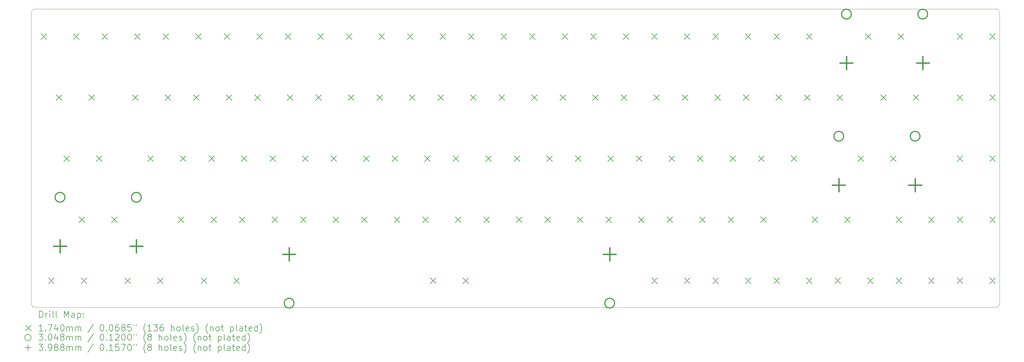
<source format=gbr>
%FSLAX45Y45*%
G04 Gerber Fmt 4.5, Leading zero omitted, Abs format (unit mm)*
G04 Created by KiCad (PCBNEW (6.0.0)) date 2024-08-25 19:28:53*
%MOMM*%
%LPD*%
G01*
G04 APERTURE LIST*
%TA.AperFunction,Profile*%
%ADD10C,0.100000*%
%TD*%
%ADD11C,0.200000*%
%ADD12C,0.174000*%
%ADD13C,0.304800*%
%ADD14C,0.398780*%
G04 APERTURE END LIST*
D10*
X5227000Y-9625000D02*
G75*
G03*
X5102000Y-9750000I0J-125000D01*
G01*
X5227000Y-18939000D02*
X35177000Y-18939000D01*
X35177000Y-9625000D02*
X5227000Y-9625000D01*
X5102000Y-9750000D02*
X5102000Y-18814000D01*
X35302000Y-9750000D02*
G75*
G03*
X35177000Y-9625000I-125000J0D01*
G01*
X5102000Y-18814000D02*
G75*
G03*
X5227000Y-18939000I125000J0D01*
G01*
X35177000Y-18939000D02*
G75*
G03*
X35302000Y-18814000I0J125000D01*
G01*
X35302000Y-18814000D02*
X35302000Y-9750000D01*
D11*
D12*
X5402500Y-10400500D02*
X5576500Y-10574500D01*
X5576500Y-10400500D02*
X5402500Y-10574500D01*
X5640620Y-18020500D02*
X5814620Y-18194500D01*
X5814620Y-18020500D02*
X5640620Y-18194500D01*
X5878750Y-12305500D02*
X6052750Y-12479500D01*
X6052750Y-12305500D02*
X5878750Y-12479500D01*
X6116870Y-14210500D02*
X6290870Y-14384500D01*
X6290870Y-14210500D02*
X6116870Y-14384500D01*
X6418500Y-10400500D02*
X6592500Y-10574500D01*
X6592500Y-10400500D02*
X6418500Y-10574500D01*
X6593120Y-16115500D02*
X6767120Y-16289500D01*
X6767120Y-16115500D02*
X6593120Y-16289500D01*
X6656620Y-18020500D02*
X6830620Y-18194500D01*
X6830620Y-18020500D02*
X6656620Y-18194500D01*
X6894750Y-12305500D02*
X7068750Y-12479500D01*
X7068750Y-12305500D02*
X6894750Y-12479500D01*
X7132870Y-14210500D02*
X7306870Y-14384500D01*
X7306870Y-14210500D02*
X7132870Y-14384500D01*
X7307500Y-10400500D02*
X7481500Y-10574500D01*
X7481500Y-10400500D02*
X7307500Y-10574500D01*
X7609120Y-16115500D02*
X7783120Y-16289500D01*
X7783120Y-16115500D02*
X7609120Y-16289500D01*
X8021880Y-18020500D02*
X8195880Y-18194500D01*
X8195880Y-18020500D02*
X8021880Y-18194500D01*
X8260000Y-12305500D02*
X8434000Y-12479500D01*
X8434000Y-12305500D02*
X8260000Y-12479500D01*
X8323500Y-10400500D02*
X8497500Y-10574500D01*
X8497500Y-10400500D02*
X8323500Y-10574500D01*
X8736250Y-14210500D02*
X8910250Y-14384500D01*
X8910250Y-14210500D02*
X8736250Y-14384500D01*
X9037880Y-18020500D02*
X9211880Y-18194500D01*
X9211880Y-18020500D02*
X9037880Y-18194500D01*
X9212500Y-10400500D02*
X9386500Y-10574500D01*
X9386500Y-10400500D02*
X9212500Y-10574500D01*
X9276000Y-12305500D02*
X9450000Y-12479500D01*
X9450000Y-12305500D02*
X9276000Y-12479500D01*
X9688750Y-16115500D02*
X9862750Y-16289500D01*
X9862750Y-16115500D02*
X9688750Y-16289500D01*
X9752250Y-14210500D02*
X9926250Y-14384500D01*
X9926250Y-14210500D02*
X9752250Y-14384500D01*
X10165000Y-12305500D02*
X10339000Y-12479500D01*
X10339000Y-12305500D02*
X10165000Y-12479500D01*
X10228500Y-10400500D02*
X10402500Y-10574500D01*
X10402500Y-10400500D02*
X10228500Y-10574500D01*
X10403120Y-18020500D02*
X10577120Y-18194500D01*
X10577120Y-18020500D02*
X10403120Y-18194500D01*
X10641250Y-14210500D02*
X10815250Y-14384500D01*
X10815250Y-14210500D02*
X10641250Y-14384500D01*
X10704750Y-16115500D02*
X10878750Y-16289500D01*
X10878750Y-16115500D02*
X10704750Y-16289500D01*
X11117500Y-10400500D02*
X11291500Y-10574500D01*
X11291500Y-10400500D02*
X11117500Y-10574500D01*
X11181000Y-12305500D02*
X11355000Y-12479500D01*
X11355000Y-12305500D02*
X11181000Y-12479500D01*
X11419120Y-18020500D02*
X11593120Y-18194500D01*
X11593120Y-18020500D02*
X11419120Y-18194500D01*
X11593750Y-16115500D02*
X11767750Y-16289500D01*
X11767750Y-16115500D02*
X11593750Y-16289500D01*
X11657250Y-14210500D02*
X11831250Y-14384500D01*
X11831250Y-14210500D02*
X11657250Y-14384500D01*
X12070000Y-12305500D02*
X12244000Y-12479500D01*
X12244000Y-12305500D02*
X12070000Y-12479500D01*
X12133500Y-10400500D02*
X12307500Y-10574500D01*
X12307500Y-10400500D02*
X12133500Y-10574500D01*
X12546250Y-14210500D02*
X12720250Y-14384500D01*
X12720250Y-14210500D02*
X12546250Y-14384500D01*
X12609750Y-16115500D02*
X12783750Y-16289500D01*
X12783750Y-16115500D02*
X12609750Y-16289500D01*
X13022500Y-10400500D02*
X13196500Y-10574500D01*
X13196500Y-10400500D02*
X13022500Y-10574500D01*
X13086000Y-12305500D02*
X13260000Y-12479500D01*
X13260000Y-12305500D02*
X13086000Y-12479500D01*
X13498750Y-16115500D02*
X13672750Y-16289500D01*
X13672750Y-16115500D02*
X13498750Y-16289500D01*
X13562250Y-14210500D02*
X13736250Y-14384500D01*
X13736250Y-14210500D02*
X13562250Y-14384500D01*
X13975000Y-12305500D02*
X14149000Y-12479500D01*
X14149000Y-12305500D02*
X13975000Y-12479500D01*
X14038500Y-10400500D02*
X14212500Y-10574500D01*
X14212500Y-10400500D02*
X14038500Y-10574500D01*
X14451250Y-14210500D02*
X14625250Y-14384500D01*
X14625250Y-14210500D02*
X14451250Y-14384500D01*
X14514750Y-16115500D02*
X14688750Y-16289500D01*
X14688750Y-16115500D02*
X14514750Y-16289500D01*
X14927500Y-10400500D02*
X15101500Y-10574500D01*
X15101500Y-10400500D02*
X14927500Y-10574500D01*
X14991000Y-12305500D02*
X15165000Y-12479500D01*
X15165000Y-12305500D02*
X14991000Y-12479500D01*
X15403750Y-16115500D02*
X15577750Y-16289500D01*
X15577750Y-16115500D02*
X15403750Y-16289500D01*
X15467250Y-14210500D02*
X15641250Y-14384500D01*
X15641250Y-14210500D02*
X15467250Y-14384500D01*
X15880000Y-12305500D02*
X16054000Y-12479500D01*
X16054000Y-12305500D02*
X15880000Y-12479500D01*
X15943500Y-10400500D02*
X16117500Y-10574500D01*
X16117500Y-10400500D02*
X15943500Y-10574500D01*
X16356250Y-14210500D02*
X16530250Y-14384500D01*
X16530250Y-14210500D02*
X16356250Y-14384500D01*
X16419750Y-16115500D02*
X16593750Y-16289500D01*
X16593750Y-16115500D02*
X16419750Y-16289500D01*
X16832500Y-10400500D02*
X17006500Y-10574500D01*
X17006500Y-10400500D02*
X16832500Y-10574500D01*
X16896000Y-12305500D02*
X17070000Y-12479500D01*
X17070000Y-12305500D02*
X16896000Y-12479500D01*
X17308750Y-16115500D02*
X17482750Y-16289500D01*
X17482750Y-16115500D02*
X17308750Y-16289500D01*
X17372250Y-14210500D02*
X17546250Y-14384500D01*
X17546250Y-14210500D02*
X17372250Y-14384500D01*
X17546880Y-18020500D02*
X17720880Y-18194500D01*
X17720880Y-18020500D02*
X17546880Y-18194500D01*
X17785000Y-12305500D02*
X17959000Y-12479500D01*
X17959000Y-12305500D02*
X17785000Y-12479500D01*
X17848500Y-10400500D02*
X18022500Y-10574500D01*
X18022500Y-10400500D02*
X17848500Y-10574500D01*
X18261250Y-14210500D02*
X18435250Y-14384500D01*
X18435250Y-14210500D02*
X18261250Y-14384500D01*
X18324750Y-16115500D02*
X18498750Y-16289500D01*
X18498750Y-16115500D02*
X18324750Y-16289500D01*
X18562880Y-18020500D02*
X18736880Y-18194500D01*
X18736880Y-18020500D02*
X18562880Y-18194500D01*
X18737500Y-10400500D02*
X18911500Y-10574500D01*
X18911500Y-10400500D02*
X18737500Y-10574500D01*
X18801000Y-12305500D02*
X18975000Y-12479500D01*
X18975000Y-12305500D02*
X18801000Y-12479500D01*
X19213750Y-16115500D02*
X19387750Y-16289500D01*
X19387750Y-16115500D02*
X19213750Y-16289500D01*
X19277250Y-14210500D02*
X19451250Y-14384500D01*
X19451250Y-14210500D02*
X19277250Y-14384500D01*
X19690000Y-12305500D02*
X19864000Y-12479500D01*
X19864000Y-12305500D02*
X19690000Y-12479500D01*
X19753500Y-10400500D02*
X19927500Y-10574500D01*
X19927500Y-10400500D02*
X19753500Y-10574500D01*
X20166250Y-14210500D02*
X20340250Y-14384500D01*
X20340250Y-14210500D02*
X20166250Y-14384500D01*
X20229750Y-16115500D02*
X20403750Y-16289500D01*
X20403750Y-16115500D02*
X20229750Y-16289500D01*
X20642500Y-10400500D02*
X20816500Y-10574500D01*
X20816500Y-10400500D02*
X20642500Y-10574500D01*
X20706000Y-12305500D02*
X20880000Y-12479500D01*
X20880000Y-12305500D02*
X20706000Y-12479500D01*
X21118750Y-16115500D02*
X21292750Y-16289500D01*
X21292750Y-16115500D02*
X21118750Y-16289500D01*
X21182250Y-14210500D02*
X21356250Y-14384500D01*
X21356250Y-14210500D02*
X21182250Y-14384500D01*
X21595000Y-12305500D02*
X21769000Y-12479500D01*
X21769000Y-12305500D02*
X21595000Y-12479500D01*
X21658500Y-10400500D02*
X21832500Y-10574500D01*
X21832500Y-10400500D02*
X21658500Y-10574500D01*
X22071250Y-14210500D02*
X22245250Y-14384500D01*
X22245250Y-14210500D02*
X22071250Y-14384500D01*
X22134750Y-16115500D02*
X22308750Y-16289500D01*
X22308750Y-16115500D02*
X22134750Y-16289500D01*
X22547500Y-10400500D02*
X22721500Y-10574500D01*
X22721500Y-10400500D02*
X22547500Y-10574500D01*
X22611000Y-12305500D02*
X22785000Y-12479500D01*
X22785000Y-12305500D02*
X22611000Y-12479500D01*
X23023750Y-16115500D02*
X23197750Y-16289500D01*
X23197750Y-16115500D02*
X23023750Y-16289500D01*
X23087250Y-14210500D02*
X23261250Y-14384500D01*
X23261250Y-14210500D02*
X23087250Y-14384500D01*
X23500000Y-12305500D02*
X23674000Y-12479500D01*
X23674000Y-12305500D02*
X23500000Y-12479500D01*
X23563500Y-10400500D02*
X23737500Y-10574500D01*
X23737500Y-10400500D02*
X23563500Y-10574500D01*
X23976250Y-14210500D02*
X24150250Y-14384500D01*
X24150250Y-14210500D02*
X23976250Y-14384500D01*
X24039750Y-16115500D02*
X24213750Y-16289500D01*
X24213750Y-16115500D02*
X24039750Y-16289500D01*
X24452500Y-10400500D02*
X24626500Y-10574500D01*
X24626500Y-10400500D02*
X24452500Y-10574500D01*
X24452500Y-18020500D02*
X24626500Y-18194500D01*
X24626500Y-18020500D02*
X24452500Y-18194500D01*
X24516000Y-12305500D02*
X24690000Y-12479500D01*
X24690000Y-12305500D02*
X24516000Y-12479500D01*
X24928750Y-16115500D02*
X25102750Y-16289500D01*
X25102750Y-16115500D02*
X24928750Y-16289500D01*
X24992250Y-14210500D02*
X25166250Y-14384500D01*
X25166250Y-14210500D02*
X24992250Y-14384500D01*
X25405000Y-12305500D02*
X25579000Y-12479500D01*
X25579000Y-12305500D02*
X25405000Y-12479500D01*
X25468500Y-10400500D02*
X25642500Y-10574500D01*
X25642500Y-10400500D02*
X25468500Y-10574500D01*
X25468500Y-18020500D02*
X25642500Y-18194500D01*
X25642500Y-18020500D02*
X25468500Y-18194500D01*
X25881250Y-14210500D02*
X26055250Y-14384500D01*
X26055250Y-14210500D02*
X25881250Y-14384500D01*
X25944750Y-16115500D02*
X26118750Y-16289500D01*
X26118750Y-16115500D02*
X25944750Y-16289500D01*
X26357500Y-10400500D02*
X26531500Y-10574500D01*
X26531500Y-10400500D02*
X26357500Y-10574500D01*
X26357500Y-18020500D02*
X26531500Y-18194500D01*
X26531500Y-18020500D02*
X26357500Y-18194500D01*
X26421000Y-12305500D02*
X26595000Y-12479500D01*
X26595000Y-12305500D02*
X26421000Y-12479500D01*
X26833750Y-16115500D02*
X27007750Y-16289500D01*
X27007750Y-16115500D02*
X26833750Y-16289500D01*
X26897250Y-14210500D02*
X27071250Y-14384500D01*
X27071250Y-14210500D02*
X26897250Y-14384500D01*
X27310000Y-12305500D02*
X27484000Y-12479500D01*
X27484000Y-12305500D02*
X27310000Y-12479500D01*
X27373500Y-10400500D02*
X27547500Y-10574500D01*
X27547500Y-10400500D02*
X27373500Y-10574500D01*
X27373500Y-18020500D02*
X27547500Y-18194500D01*
X27547500Y-18020500D02*
X27373500Y-18194500D01*
X27786250Y-14210500D02*
X27960250Y-14384500D01*
X27960250Y-14210500D02*
X27786250Y-14384500D01*
X27849750Y-16115500D02*
X28023750Y-16289500D01*
X28023750Y-16115500D02*
X27849750Y-16289500D01*
X28262500Y-10400500D02*
X28436500Y-10574500D01*
X28436500Y-10400500D02*
X28262500Y-10574500D01*
X28262500Y-18020500D02*
X28436500Y-18194500D01*
X28436500Y-18020500D02*
X28262500Y-18194500D01*
X28326000Y-12305500D02*
X28500000Y-12479500D01*
X28500000Y-12305500D02*
X28326000Y-12479500D01*
X28802250Y-14210500D02*
X28976250Y-14384500D01*
X28976250Y-14210500D02*
X28802250Y-14384500D01*
X29215000Y-12305500D02*
X29389000Y-12479500D01*
X29389000Y-12305500D02*
X29215000Y-12479500D01*
X29278500Y-10400500D02*
X29452500Y-10574500D01*
X29452500Y-10400500D02*
X29278500Y-10574500D01*
X29278500Y-18020500D02*
X29452500Y-18194500D01*
X29452500Y-18020500D02*
X29278500Y-18194500D01*
X29453120Y-16115500D02*
X29627120Y-16289500D01*
X29627120Y-16115500D02*
X29453120Y-16289500D01*
X30167500Y-18020500D02*
X30341500Y-18194500D01*
X30341500Y-18020500D02*
X30167500Y-18194500D01*
X30231000Y-12305500D02*
X30405000Y-12479500D01*
X30405000Y-12305500D02*
X30231000Y-12479500D01*
X30469120Y-16115500D02*
X30643120Y-16289500D01*
X30643120Y-16115500D02*
X30469120Y-16289500D01*
X30881880Y-14210500D02*
X31055880Y-14384500D01*
X31055880Y-14210500D02*
X30881880Y-14384500D01*
X31120000Y-10400500D02*
X31294000Y-10574500D01*
X31294000Y-10400500D02*
X31120000Y-10574500D01*
X31183500Y-18020500D02*
X31357500Y-18194500D01*
X31357500Y-18020500D02*
X31183500Y-18194500D01*
X31596250Y-12305500D02*
X31770250Y-12479500D01*
X31770250Y-12305500D02*
X31596250Y-12479500D01*
X31897880Y-14210500D02*
X32071880Y-14384500D01*
X32071880Y-14210500D02*
X31897880Y-14384500D01*
X32072500Y-16115500D02*
X32246500Y-16289500D01*
X32246500Y-16115500D02*
X32072500Y-16289500D01*
X32072500Y-18020500D02*
X32246500Y-18194500D01*
X32246500Y-18020500D02*
X32072500Y-18194500D01*
X32136000Y-10400500D02*
X32310000Y-10574500D01*
X32310000Y-10400500D02*
X32136000Y-10574500D01*
X32612250Y-12305500D02*
X32786250Y-12479500D01*
X32786250Y-12305500D02*
X32612250Y-12479500D01*
X33088500Y-16115500D02*
X33262500Y-16289500D01*
X33262500Y-16115500D02*
X33088500Y-16289500D01*
X33088500Y-18020500D02*
X33262500Y-18194500D01*
X33262500Y-18020500D02*
X33088500Y-18194500D01*
X33977500Y-10400500D02*
X34151500Y-10574500D01*
X34151500Y-10400500D02*
X33977500Y-10574500D01*
X33977500Y-12305500D02*
X34151500Y-12479500D01*
X34151500Y-12305500D02*
X33977500Y-12479500D01*
X33977500Y-14210500D02*
X34151500Y-14384500D01*
X34151500Y-14210500D02*
X33977500Y-14384500D01*
X33977500Y-16115500D02*
X34151500Y-16289500D01*
X34151500Y-16115500D02*
X33977500Y-16289500D01*
X33977500Y-18020500D02*
X34151500Y-18194500D01*
X34151500Y-18020500D02*
X33977500Y-18194500D01*
X34993500Y-10400500D02*
X35167500Y-10574500D01*
X35167500Y-10400500D02*
X34993500Y-10574500D01*
X34993500Y-12305500D02*
X35167500Y-12479500D01*
X35167500Y-12305500D02*
X34993500Y-12479500D01*
X34993500Y-14210500D02*
X35167500Y-14384500D01*
X35167500Y-14210500D02*
X34993500Y-14384500D01*
X34993500Y-16115500D02*
X35167500Y-16289500D01*
X35167500Y-16115500D02*
X34993500Y-16289500D01*
X34993500Y-18020500D02*
X35167500Y-18194500D01*
X35167500Y-18020500D02*
X34993500Y-18194500D01*
D13*
X6149895Y-15504000D02*
G75*
G03*
X6149895Y-15504000I-152400J0D01*
G01*
X8531145Y-15504000D02*
G75*
G03*
X8531145Y-15504000I-152400J0D01*
G01*
X13294290Y-18806000D02*
G75*
G03*
X13294290Y-18806000I-152400J0D01*
G01*
X23294270Y-18806000D02*
G75*
G03*
X23294270Y-18806000I-152400J0D01*
G01*
X30438655Y-13599000D02*
G75*
G03*
X30438655Y-13599000I-152400J0D01*
G01*
X30676775Y-9789000D02*
G75*
G03*
X30676775Y-9789000I-152400J0D01*
G01*
X32819905Y-13599000D02*
G75*
G03*
X32819905Y-13599000I-152400J0D01*
G01*
X33058025Y-9789000D02*
G75*
G03*
X33058025Y-9789000I-152400J0D01*
G01*
D14*
X5997495Y-16828610D02*
X5997495Y-17227390D01*
X5798105Y-17028000D02*
X6196885Y-17028000D01*
X8378745Y-16828610D02*
X8378745Y-17227390D01*
X8179355Y-17028000D02*
X8578135Y-17028000D01*
X13141890Y-17082610D02*
X13141890Y-17481390D01*
X12942500Y-17282000D02*
X13341280Y-17282000D01*
X23141870Y-17082610D02*
X23141870Y-17481390D01*
X22942480Y-17282000D02*
X23341260Y-17282000D01*
X30286255Y-14923610D02*
X30286255Y-15322390D01*
X30086865Y-15123000D02*
X30485645Y-15123000D01*
X30524375Y-11113610D02*
X30524375Y-11512390D01*
X30324985Y-11313000D02*
X30723765Y-11313000D01*
X32667505Y-14923610D02*
X32667505Y-15322390D01*
X32468115Y-15123000D02*
X32866895Y-15123000D01*
X32905625Y-11113610D02*
X32905625Y-11512390D01*
X32706235Y-11313000D02*
X33105015Y-11313000D01*
D11*
X5354619Y-19254476D02*
X5354619Y-19054476D01*
X5402238Y-19054476D01*
X5430810Y-19064000D01*
X5449857Y-19083048D01*
X5459381Y-19102095D01*
X5468905Y-19140190D01*
X5468905Y-19168762D01*
X5459381Y-19206857D01*
X5449857Y-19225905D01*
X5430810Y-19244952D01*
X5402238Y-19254476D01*
X5354619Y-19254476D01*
X5554619Y-19254476D02*
X5554619Y-19121143D01*
X5554619Y-19159238D02*
X5564143Y-19140190D01*
X5573667Y-19130667D01*
X5592714Y-19121143D01*
X5611762Y-19121143D01*
X5678428Y-19254476D02*
X5678428Y-19121143D01*
X5678428Y-19054476D02*
X5668905Y-19064000D01*
X5678428Y-19073524D01*
X5687952Y-19064000D01*
X5678428Y-19054476D01*
X5678428Y-19073524D01*
X5802238Y-19254476D02*
X5783190Y-19244952D01*
X5773667Y-19225905D01*
X5773667Y-19054476D01*
X5907000Y-19254476D02*
X5887952Y-19244952D01*
X5878428Y-19225905D01*
X5878428Y-19054476D01*
X6135571Y-19254476D02*
X6135571Y-19054476D01*
X6202238Y-19197333D01*
X6268905Y-19054476D01*
X6268905Y-19254476D01*
X6449857Y-19254476D02*
X6449857Y-19149714D01*
X6440333Y-19130667D01*
X6421286Y-19121143D01*
X6383190Y-19121143D01*
X6364143Y-19130667D01*
X6449857Y-19244952D02*
X6430809Y-19254476D01*
X6383190Y-19254476D01*
X6364143Y-19244952D01*
X6354619Y-19225905D01*
X6354619Y-19206857D01*
X6364143Y-19187810D01*
X6383190Y-19178286D01*
X6430809Y-19178286D01*
X6449857Y-19168762D01*
X6545095Y-19121143D02*
X6545095Y-19321143D01*
X6545095Y-19130667D02*
X6564143Y-19121143D01*
X6602238Y-19121143D01*
X6621286Y-19130667D01*
X6630809Y-19140190D01*
X6640333Y-19159238D01*
X6640333Y-19216381D01*
X6630809Y-19235429D01*
X6621286Y-19244952D01*
X6602238Y-19254476D01*
X6564143Y-19254476D01*
X6545095Y-19244952D01*
X6726048Y-19235429D02*
X6735571Y-19244952D01*
X6726048Y-19254476D01*
X6716524Y-19244952D01*
X6726048Y-19235429D01*
X6726048Y-19254476D01*
X6726048Y-19130667D02*
X6735571Y-19140190D01*
X6726048Y-19149714D01*
X6716524Y-19140190D01*
X6726048Y-19130667D01*
X6726048Y-19149714D01*
D12*
X4923000Y-19497000D02*
X5097000Y-19671000D01*
X5097000Y-19497000D02*
X4923000Y-19671000D01*
D11*
X5459381Y-19674476D02*
X5345095Y-19674476D01*
X5402238Y-19674476D02*
X5402238Y-19474476D01*
X5383190Y-19503048D01*
X5364143Y-19522095D01*
X5345095Y-19531619D01*
X5545095Y-19655429D02*
X5554619Y-19664952D01*
X5545095Y-19674476D01*
X5535571Y-19664952D01*
X5545095Y-19655429D01*
X5545095Y-19674476D01*
X5621286Y-19474476D02*
X5754619Y-19474476D01*
X5668905Y-19674476D01*
X5916524Y-19541143D02*
X5916524Y-19674476D01*
X5868905Y-19464952D02*
X5821286Y-19607810D01*
X5945095Y-19607810D01*
X6059381Y-19474476D02*
X6078428Y-19474476D01*
X6097476Y-19484000D01*
X6107000Y-19493524D01*
X6116524Y-19512571D01*
X6126048Y-19550667D01*
X6126048Y-19598286D01*
X6116524Y-19636381D01*
X6107000Y-19655429D01*
X6097476Y-19664952D01*
X6078428Y-19674476D01*
X6059381Y-19674476D01*
X6040333Y-19664952D01*
X6030809Y-19655429D01*
X6021286Y-19636381D01*
X6011762Y-19598286D01*
X6011762Y-19550667D01*
X6021286Y-19512571D01*
X6030809Y-19493524D01*
X6040333Y-19484000D01*
X6059381Y-19474476D01*
X6211762Y-19674476D02*
X6211762Y-19541143D01*
X6211762Y-19560190D02*
X6221286Y-19550667D01*
X6240333Y-19541143D01*
X6268905Y-19541143D01*
X6287952Y-19550667D01*
X6297476Y-19569714D01*
X6297476Y-19674476D01*
X6297476Y-19569714D02*
X6307000Y-19550667D01*
X6326048Y-19541143D01*
X6354619Y-19541143D01*
X6373667Y-19550667D01*
X6383190Y-19569714D01*
X6383190Y-19674476D01*
X6478428Y-19674476D02*
X6478428Y-19541143D01*
X6478428Y-19560190D02*
X6487952Y-19550667D01*
X6507000Y-19541143D01*
X6535571Y-19541143D01*
X6554619Y-19550667D01*
X6564143Y-19569714D01*
X6564143Y-19674476D01*
X6564143Y-19569714D02*
X6573667Y-19550667D01*
X6592714Y-19541143D01*
X6621286Y-19541143D01*
X6640333Y-19550667D01*
X6649857Y-19569714D01*
X6649857Y-19674476D01*
X7040333Y-19464952D02*
X6868905Y-19722095D01*
X7297476Y-19474476D02*
X7316524Y-19474476D01*
X7335571Y-19484000D01*
X7345095Y-19493524D01*
X7354619Y-19512571D01*
X7364143Y-19550667D01*
X7364143Y-19598286D01*
X7354619Y-19636381D01*
X7345095Y-19655429D01*
X7335571Y-19664952D01*
X7316524Y-19674476D01*
X7297476Y-19674476D01*
X7278428Y-19664952D01*
X7268905Y-19655429D01*
X7259381Y-19636381D01*
X7249857Y-19598286D01*
X7249857Y-19550667D01*
X7259381Y-19512571D01*
X7268905Y-19493524D01*
X7278428Y-19484000D01*
X7297476Y-19474476D01*
X7449857Y-19655429D02*
X7459381Y-19664952D01*
X7449857Y-19674476D01*
X7440333Y-19664952D01*
X7449857Y-19655429D01*
X7449857Y-19674476D01*
X7583190Y-19474476D02*
X7602238Y-19474476D01*
X7621286Y-19484000D01*
X7630809Y-19493524D01*
X7640333Y-19512571D01*
X7649857Y-19550667D01*
X7649857Y-19598286D01*
X7640333Y-19636381D01*
X7630809Y-19655429D01*
X7621286Y-19664952D01*
X7602238Y-19674476D01*
X7583190Y-19674476D01*
X7564143Y-19664952D01*
X7554619Y-19655429D01*
X7545095Y-19636381D01*
X7535571Y-19598286D01*
X7535571Y-19550667D01*
X7545095Y-19512571D01*
X7554619Y-19493524D01*
X7564143Y-19484000D01*
X7583190Y-19474476D01*
X7821286Y-19474476D02*
X7783190Y-19474476D01*
X7764143Y-19484000D01*
X7754619Y-19493524D01*
X7735571Y-19522095D01*
X7726048Y-19560190D01*
X7726048Y-19636381D01*
X7735571Y-19655429D01*
X7745095Y-19664952D01*
X7764143Y-19674476D01*
X7802238Y-19674476D01*
X7821286Y-19664952D01*
X7830809Y-19655429D01*
X7840333Y-19636381D01*
X7840333Y-19588762D01*
X7830809Y-19569714D01*
X7821286Y-19560190D01*
X7802238Y-19550667D01*
X7764143Y-19550667D01*
X7745095Y-19560190D01*
X7735571Y-19569714D01*
X7726048Y-19588762D01*
X7954619Y-19560190D02*
X7935571Y-19550667D01*
X7926048Y-19541143D01*
X7916524Y-19522095D01*
X7916524Y-19512571D01*
X7926048Y-19493524D01*
X7935571Y-19484000D01*
X7954619Y-19474476D01*
X7992714Y-19474476D01*
X8011762Y-19484000D01*
X8021286Y-19493524D01*
X8030809Y-19512571D01*
X8030809Y-19522095D01*
X8021286Y-19541143D01*
X8011762Y-19550667D01*
X7992714Y-19560190D01*
X7954619Y-19560190D01*
X7935571Y-19569714D01*
X7926048Y-19579238D01*
X7916524Y-19598286D01*
X7916524Y-19636381D01*
X7926048Y-19655429D01*
X7935571Y-19664952D01*
X7954619Y-19674476D01*
X7992714Y-19674476D01*
X8011762Y-19664952D01*
X8021286Y-19655429D01*
X8030809Y-19636381D01*
X8030809Y-19598286D01*
X8021286Y-19579238D01*
X8011762Y-19569714D01*
X7992714Y-19560190D01*
X8211762Y-19474476D02*
X8116524Y-19474476D01*
X8107000Y-19569714D01*
X8116524Y-19560190D01*
X8135571Y-19550667D01*
X8183190Y-19550667D01*
X8202238Y-19560190D01*
X8211762Y-19569714D01*
X8221286Y-19588762D01*
X8221286Y-19636381D01*
X8211762Y-19655429D01*
X8202238Y-19664952D01*
X8183190Y-19674476D01*
X8135571Y-19674476D01*
X8116524Y-19664952D01*
X8107000Y-19655429D01*
X8297476Y-19474476D02*
X8297476Y-19512571D01*
X8373667Y-19474476D02*
X8373667Y-19512571D01*
X8668905Y-19750667D02*
X8659381Y-19741143D01*
X8640333Y-19712571D01*
X8630810Y-19693524D01*
X8621286Y-19664952D01*
X8611762Y-19617333D01*
X8611762Y-19579238D01*
X8621286Y-19531619D01*
X8630810Y-19503048D01*
X8640333Y-19484000D01*
X8659381Y-19455429D01*
X8668905Y-19445905D01*
X8849857Y-19674476D02*
X8735571Y-19674476D01*
X8792714Y-19674476D02*
X8792714Y-19474476D01*
X8773667Y-19503048D01*
X8754619Y-19522095D01*
X8735571Y-19531619D01*
X8916524Y-19474476D02*
X9040333Y-19474476D01*
X8973667Y-19550667D01*
X9002238Y-19550667D01*
X9021286Y-19560190D01*
X9030810Y-19569714D01*
X9040333Y-19588762D01*
X9040333Y-19636381D01*
X9030810Y-19655429D01*
X9021286Y-19664952D01*
X9002238Y-19674476D01*
X8945095Y-19674476D01*
X8926048Y-19664952D01*
X8916524Y-19655429D01*
X9211762Y-19474476D02*
X9173667Y-19474476D01*
X9154619Y-19484000D01*
X9145095Y-19493524D01*
X9126048Y-19522095D01*
X9116524Y-19560190D01*
X9116524Y-19636381D01*
X9126048Y-19655429D01*
X9135571Y-19664952D01*
X9154619Y-19674476D01*
X9192714Y-19674476D01*
X9211762Y-19664952D01*
X9221286Y-19655429D01*
X9230810Y-19636381D01*
X9230810Y-19588762D01*
X9221286Y-19569714D01*
X9211762Y-19560190D01*
X9192714Y-19550667D01*
X9154619Y-19550667D01*
X9135571Y-19560190D01*
X9126048Y-19569714D01*
X9116524Y-19588762D01*
X9468905Y-19674476D02*
X9468905Y-19474476D01*
X9554619Y-19674476D02*
X9554619Y-19569714D01*
X9545095Y-19550667D01*
X9526048Y-19541143D01*
X9497476Y-19541143D01*
X9478429Y-19550667D01*
X9468905Y-19560190D01*
X9678429Y-19674476D02*
X9659381Y-19664952D01*
X9649857Y-19655429D01*
X9640333Y-19636381D01*
X9640333Y-19579238D01*
X9649857Y-19560190D01*
X9659381Y-19550667D01*
X9678429Y-19541143D01*
X9707000Y-19541143D01*
X9726048Y-19550667D01*
X9735571Y-19560190D01*
X9745095Y-19579238D01*
X9745095Y-19636381D01*
X9735571Y-19655429D01*
X9726048Y-19664952D01*
X9707000Y-19674476D01*
X9678429Y-19674476D01*
X9859381Y-19674476D02*
X9840333Y-19664952D01*
X9830810Y-19645905D01*
X9830810Y-19474476D01*
X10011762Y-19664952D02*
X9992714Y-19674476D01*
X9954619Y-19674476D01*
X9935571Y-19664952D01*
X9926048Y-19645905D01*
X9926048Y-19569714D01*
X9935571Y-19550667D01*
X9954619Y-19541143D01*
X9992714Y-19541143D01*
X10011762Y-19550667D01*
X10021286Y-19569714D01*
X10021286Y-19588762D01*
X9926048Y-19607810D01*
X10097476Y-19664952D02*
X10116524Y-19674476D01*
X10154619Y-19674476D01*
X10173667Y-19664952D01*
X10183190Y-19645905D01*
X10183190Y-19636381D01*
X10173667Y-19617333D01*
X10154619Y-19607810D01*
X10126048Y-19607810D01*
X10107000Y-19598286D01*
X10097476Y-19579238D01*
X10097476Y-19569714D01*
X10107000Y-19550667D01*
X10126048Y-19541143D01*
X10154619Y-19541143D01*
X10173667Y-19550667D01*
X10249857Y-19750667D02*
X10259381Y-19741143D01*
X10278429Y-19712571D01*
X10287952Y-19693524D01*
X10297476Y-19664952D01*
X10307000Y-19617333D01*
X10307000Y-19579238D01*
X10297476Y-19531619D01*
X10287952Y-19503048D01*
X10278429Y-19484000D01*
X10259381Y-19455429D01*
X10249857Y-19445905D01*
X10611762Y-19750667D02*
X10602238Y-19741143D01*
X10583190Y-19712571D01*
X10573667Y-19693524D01*
X10564143Y-19664952D01*
X10554619Y-19617333D01*
X10554619Y-19579238D01*
X10564143Y-19531619D01*
X10573667Y-19503048D01*
X10583190Y-19484000D01*
X10602238Y-19455429D01*
X10611762Y-19445905D01*
X10687952Y-19541143D02*
X10687952Y-19674476D01*
X10687952Y-19560190D02*
X10697476Y-19550667D01*
X10716524Y-19541143D01*
X10745095Y-19541143D01*
X10764143Y-19550667D01*
X10773667Y-19569714D01*
X10773667Y-19674476D01*
X10897476Y-19674476D02*
X10878429Y-19664952D01*
X10868905Y-19655429D01*
X10859381Y-19636381D01*
X10859381Y-19579238D01*
X10868905Y-19560190D01*
X10878429Y-19550667D01*
X10897476Y-19541143D01*
X10926048Y-19541143D01*
X10945095Y-19550667D01*
X10954619Y-19560190D01*
X10964143Y-19579238D01*
X10964143Y-19636381D01*
X10954619Y-19655429D01*
X10945095Y-19664952D01*
X10926048Y-19674476D01*
X10897476Y-19674476D01*
X11021286Y-19541143D02*
X11097476Y-19541143D01*
X11049857Y-19474476D02*
X11049857Y-19645905D01*
X11059381Y-19664952D01*
X11078429Y-19674476D01*
X11097476Y-19674476D01*
X11316524Y-19541143D02*
X11316524Y-19741143D01*
X11316524Y-19550667D02*
X11335571Y-19541143D01*
X11373667Y-19541143D01*
X11392714Y-19550667D01*
X11402238Y-19560190D01*
X11411762Y-19579238D01*
X11411762Y-19636381D01*
X11402238Y-19655429D01*
X11392714Y-19664952D01*
X11373667Y-19674476D01*
X11335571Y-19674476D01*
X11316524Y-19664952D01*
X11526048Y-19674476D02*
X11507000Y-19664952D01*
X11497476Y-19645905D01*
X11497476Y-19474476D01*
X11687952Y-19674476D02*
X11687952Y-19569714D01*
X11678428Y-19550667D01*
X11659381Y-19541143D01*
X11621286Y-19541143D01*
X11602238Y-19550667D01*
X11687952Y-19664952D02*
X11668905Y-19674476D01*
X11621286Y-19674476D01*
X11602238Y-19664952D01*
X11592714Y-19645905D01*
X11592714Y-19626857D01*
X11602238Y-19607810D01*
X11621286Y-19598286D01*
X11668905Y-19598286D01*
X11687952Y-19588762D01*
X11754619Y-19541143D02*
X11830809Y-19541143D01*
X11783190Y-19474476D02*
X11783190Y-19645905D01*
X11792714Y-19664952D01*
X11811762Y-19674476D01*
X11830809Y-19674476D01*
X11973667Y-19664952D02*
X11954619Y-19674476D01*
X11916524Y-19674476D01*
X11897476Y-19664952D01*
X11887952Y-19645905D01*
X11887952Y-19569714D01*
X11897476Y-19550667D01*
X11916524Y-19541143D01*
X11954619Y-19541143D01*
X11973667Y-19550667D01*
X11983190Y-19569714D01*
X11983190Y-19588762D01*
X11887952Y-19607810D01*
X12154619Y-19674476D02*
X12154619Y-19474476D01*
X12154619Y-19664952D02*
X12135571Y-19674476D01*
X12097476Y-19674476D01*
X12078428Y-19664952D01*
X12068905Y-19655429D01*
X12059381Y-19636381D01*
X12059381Y-19579238D01*
X12068905Y-19560190D01*
X12078428Y-19550667D01*
X12097476Y-19541143D01*
X12135571Y-19541143D01*
X12154619Y-19550667D01*
X12230809Y-19750667D02*
X12240333Y-19741143D01*
X12259381Y-19712571D01*
X12268905Y-19693524D01*
X12278428Y-19664952D01*
X12287952Y-19617333D01*
X12287952Y-19579238D01*
X12278428Y-19531619D01*
X12268905Y-19503048D01*
X12259381Y-19484000D01*
X12240333Y-19455429D01*
X12230809Y-19445905D01*
X5097000Y-19878000D02*
G75*
G03*
X5097000Y-19878000I-100000J0D01*
G01*
X5335571Y-19768476D02*
X5459381Y-19768476D01*
X5392714Y-19844667D01*
X5421286Y-19844667D01*
X5440333Y-19854190D01*
X5449857Y-19863714D01*
X5459381Y-19882762D01*
X5459381Y-19930381D01*
X5449857Y-19949429D01*
X5440333Y-19958952D01*
X5421286Y-19968476D01*
X5364143Y-19968476D01*
X5345095Y-19958952D01*
X5335571Y-19949429D01*
X5545095Y-19949429D02*
X5554619Y-19958952D01*
X5545095Y-19968476D01*
X5535571Y-19958952D01*
X5545095Y-19949429D01*
X5545095Y-19968476D01*
X5678428Y-19768476D02*
X5697476Y-19768476D01*
X5716524Y-19778000D01*
X5726048Y-19787524D01*
X5735571Y-19806571D01*
X5745095Y-19844667D01*
X5745095Y-19892286D01*
X5735571Y-19930381D01*
X5726048Y-19949429D01*
X5716524Y-19958952D01*
X5697476Y-19968476D01*
X5678428Y-19968476D01*
X5659381Y-19958952D01*
X5649857Y-19949429D01*
X5640333Y-19930381D01*
X5630809Y-19892286D01*
X5630809Y-19844667D01*
X5640333Y-19806571D01*
X5649857Y-19787524D01*
X5659381Y-19778000D01*
X5678428Y-19768476D01*
X5916524Y-19835143D02*
X5916524Y-19968476D01*
X5868905Y-19758952D02*
X5821286Y-19901810D01*
X5945095Y-19901810D01*
X6049857Y-19854190D02*
X6030809Y-19844667D01*
X6021286Y-19835143D01*
X6011762Y-19816095D01*
X6011762Y-19806571D01*
X6021286Y-19787524D01*
X6030809Y-19778000D01*
X6049857Y-19768476D01*
X6087952Y-19768476D01*
X6107000Y-19778000D01*
X6116524Y-19787524D01*
X6126048Y-19806571D01*
X6126048Y-19816095D01*
X6116524Y-19835143D01*
X6107000Y-19844667D01*
X6087952Y-19854190D01*
X6049857Y-19854190D01*
X6030809Y-19863714D01*
X6021286Y-19873238D01*
X6011762Y-19892286D01*
X6011762Y-19930381D01*
X6021286Y-19949429D01*
X6030809Y-19958952D01*
X6049857Y-19968476D01*
X6087952Y-19968476D01*
X6107000Y-19958952D01*
X6116524Y-19949429D01*
X6126048Y-19930381D01*
X6126048Y-19892286D01*
X6116524Y-19873238D01*
X6107000Y-19863714D01*
X6087952Y-19854190D01*
X6211762Y-19968476D02*
X6211762Y-19835143D01*
X6211762Y-19854190D02*
X6221286Y-19844667D01*
X6240333Y-19835143D01*
X6268905Y-19835143D01*
X6287952Y-19844667D01*
X6297476Y-19863714D01*
X6297476Y-19968476D01*
X6297476Y-19863714D02*
X6307000Y-19844667D01*
X6326048Y-19835143D01*
X6354619Y-19835143D01*
X6373667Y-19844667D01*
X6383190Y-19863714D01*
X6383190Y-19968476D01*
X6478428Y-19968476D02*
X6478428Y-19835143D01*
X6478428Y-19854190D02*
X6487952Y-19844667D01*
X6507000Y-19835143D01*
X6535571Y-19835143D01*
X6554619Y-19844667D01*
X6564143Y-19863714D01*
X6564143Y-19968476D01*
X6564143Y-19863714D02*
X6573667Y-19844667D01*
X6592714Y-19835143D01*
X6621286Y-19835143D01*
X6640333Y-19844667D01*
X6649857Y-19863714D01*
X6649857Y-19968476D01*
X7040333Y-19758952D02*
X6868905Y-20016095D01*
X7297476Y-19768476D02*
X7316524Y-19768476D01*
X7335571Y-19778000D01*
X7345095Y-19787524D01*
X7354619Y-19806571D01*
X7364143Y-19844667D01*
X7364143Y-19892286D01*
X7354619Y-19930381D01*
X7345095Y-19949429D01*
X7335571Y-19958952D01*
X7316524Y-19968476D01*
X7297476Y-19968476D01*
X7278428Y-19958952D01*
X7268905Y-19949429D01*
X7259381Y-19930381D01*
X7249857Y-19892286D01*
X7249857Y-19844667D01*
X7259381Y-19806571D01*
X7268905Y-19787524D01*
X7278428Y-19778000D01*
X7297476Y-19768476D01*
X7449857Y-19949429D02*
X7459381Y-19958952D01*
X7449857Y-19968476D01*
X7440333Y-19958952D01*
X7449857Y-19949429D01*
X7449857Y-19968476D01*
X7649857Y-19968476D02*
X7535571Y-19968476D01*
X7592714Y-19968476D02*
X7592714Y-19768476D01*
X7573667Y-19797048D01*
X7554619Y-19816095D01*
X7535571Y-19825619D01*
X7726048Y-19787524D02*
X7735571Y-19778000D01*
X7754619Y-19768476D01*
X7802238Y-19768476D01*
X7821286Y-19778000D01*
X7830809Y-19787524D01*
X7840333Y-19806571D01*
X7840333Y-19825619D01*
X7830809Y-19854190D01*
X7716524Y-19968476D01*
X7840333Y-19968476D01*
X7964143Y-19768476D02*
X7983190Y-19768476D01*
X8002238Y-19778000D01*
X8011762Y-19787524D01*
X8021286Y-19806571D01*
X8030809Y-19844667D01*
X8030809Y-19892286D01*
X8021286Y-19930381D01*
X8011762Y-19949429D01*
X8002238Y-19958952D01*
X7983190Y-19968476D01*
X7964143Y-19968476D01*
X7945095Y-19958952D01*
X7935571Y-19949429D01*
X7926048Y-19930381D01*
X7916524Y-19892286D01*
X7916524Y-19844667D01*
X7926048Y-19806571D01*
X7935571Y-19787524D01*
X7945095Y-19778000D01*
X7964143Y-19768476D01*
X8154619Y-19768476D02*
X8173667Y-19768476D01*
X8192714Y-19778000D01*
X8202238Y-19787524D01*
X8211762Y-19806571D01*
X8221286Y-19844667D01*
X8221286Y-19892286D01*
X8211762Y-19930381D01*
X8202238Y-19949429D01*
X8192714Y-19958952D01*
X8173667Y-19968476D01*
X8154619Y-19968476D01*
X8135571Y-19958952D01*
X8126048Y-19949429D01*
X8116524Y-19930381D01*
X8107000Y-19892286D01*
X8107000Y-19844667D01*
X8116524Y-19806571D01*
X8126048Y-19787524D01*
X8135571Y-19778000D01*
X8154619Y-19768476D01*
X8297476Y-19768476D02*
X8297476Y-19806571D01*
X8373667Y-19768476D02*
X8373667Y-19806571D01*
X8668905Y-20044667D02*
X8659381Y-20035143D01*
X8640333Y-20006571D01*
X8630810Y-19987524D01*
X8621286Y-19958952D01*
X8611762Y-19911333D01*
X8611762Y-19873238D01*
X8621286Y-19825619D01*
X8630810Y-19797048D01*
X8640333Y-19778000D01*
X8659381Y-19749429D01*
X8668905Y-19739905D01*
X8773667Y-19854190D02*
X8754619Y-19844667D01*
X8745095Y-19835143D01*
X8735571Y-19816095D01*
X8735571Y-19806571D01*
X8745095Y-19787524D01*
X8754619Y-19778000D01*
X8773667Y-19768476D01*
X8811762Y-19768476D01*
X8830810Y-19778000D01*
X8840333Y-19787524D01*
X8849857Y-19806571D01*
X8849857Y-19816095D01*
X8840333Y-19835143D01*
X8830810Y-19844667D01*
X8811762Y-19854190D01*
X8773667Y-19854190D01*
X8754619Y-19863714D01*
X8745095Y-19873238D01*
X8735571Y-19892286D01*
X8735571Y-19930381D01*
X8745095Y-19949429D01*
X8754619Y-19958952D01*
X8773667Y-19968476D01*
X8811762Y-19968476D01*
X8830810Y-19958952D01*
X8840333Y-19949429D01*
X8849857Y-19930381D01*
X8849857Y-19892286D01*
X8840333Y-19873238D01*
X8830810Y-19863714D01*
X8811762Y-19854190D01*
X9087952Y-19968476D02*
X9087952Y-19768476D01*
X9173667Y-19968476D02*
X9173667Y-19863714D01*
X9164143Y-19844667D01*
X9145095Y-19835143D01*
X9116524Y-19835143D01*
X9097476Y-19844667D01*
X9087952Y-19854190D01*
X9297476Y-19968476D02*
X9278429Y-19958952D01*
X9268905Y-19949429D01*
X9259381Y-19930381D01*
X9259381Y-19873238D01*
X9268905Y-19854190D01*
X9278429Y-19844667D01*
X9297476Y-19835143D01*
X9326048Y-19835143D01*
X9345095Y-19844667D01*
X9354619Y-19854190D01*
X9364143Y-19873238D01*
X9364143Y-19930381D01*
X9354619Y-19949429D01*
X9345095Y-19958952D01*
X9326048Y-19968476D01*
X9297476Y-19968476D01*
X9478429Y-19968476D02*
X9459381Y-19958952D01*
X9449857Y-19939905D01*
X9449857Y-19768476D01*
X9630810Y-19958952D02*
X9611762Y-19968476D01*
X9573667Y-19968476D01*
X9554619Y-19958952D01*
X9545095Y-19939905D01*
X9545095Y-19863714D01*
X9554619Y-19844667D01*
X9573667Y-19835143D01*
X9611762Y-19835143D01*
X9630810Y-19844667D01*
X9640333Y-19863714D01*
X9640333Y-19882762D01*
X9545095Y-19901810D01*
X9716524Y-19958952D02*
X9735571Y-19968476D01*
X9773667Y-19968476D01*
X9792714Y-19958952D01*
X9802238Y-19939905D01*
X9802238Y-19930381D01*
X9792714Y-19911333D01*
X9773667Y-19901810D01*
X9745095Y-19901810D01*
X9726048Y-19892286D01*
X9716524Y-19873238D01*
X9716524Y-19863714D01*
X9726048Y-19844667D01*
X9745095Y-19835143D01*
X9773667Y-19835143D01*
X9792714Y-19844667D01*
X9868905Y-20044667D02*
X9878429Y-20035143D01*
X9897476Y-20006571D01*
X9907000Y-19987524D01*
X9916524Y-19958952D01*
X9926048Y-19911333D01*
X9926048Y-19873238D01*
X9916524Y-19825619D01*
X9907000Y-19797048D01*
X9897476Y-19778000D01*
X9878429Y-19749429D01*
X9868905Y-19739905D01*
X10230810Y-20044667D02*
X10221286Y-20035143D01*
X10202238Y-20006571D01*
X10192714Y-19987524D01*
X10183190Y-19958952D01*
X10173667Y-19911333D01*
X10173667Y-19873238D01*
X10183190Y-19825619D01*
X10192714Y-19797048D01*
X10202238Y-19778000D01*
X10221286Y-19749429D01*
X10230810Y-19739905D01*
X10307000Y-19835143D02*
X10307000Y-19968476D01*
X10307000Y-19854190D02*
X10316524Y-19844667D01*
X10335571Y-19835143D01*
X10364143Y-19835143D01*
X10383190Y-19844667D01*
X10392714Y-19863714D01*
X10392714Y-19968476D01*
X10516524Y-19968476D02*
X10497476Y-19958952D01*
X10487952Y-19949429D01*
X10478429Y-19930381D01*
X10478429Y-19873238D01*
X10487952Y-19854190D01*
X10497476Y-19844667D01*
X10516524Y-19835143D01*
X10545095Y-19835143D01*
X10564143Y-19844667D01*
X10573667Y-19854190D01*
X10583190Y-19873238D01*
X10583190Y-19930381D01*
X10573667Y-19949429D01*
X10564143Y-19958952D01*
X10545095Y-19968476D01*
X10516524Y-19968476D01*
X10640333Y-19835143D02*
X10716524Y-19835143D01*
X10668905Y-19768476D02*
X10668905Y-19939905D01*
X10678429Y-19958952D01*
X10697476Y-19968476D01*
X10716524Y-19968476D01*
X10935571Y-19835143D02*
X10935571Y-20035143D01*
X10935571Y-19844667D02*
X10954619Y-19835143D01*
X10992714Y-19835143D01*
X11011762Y-19844667D01*
X11021286Y-19854190D01*
X11030810Y-19873238D01*
X11030810Y-19930381D01*
X11021286Y-19949429D01*
X11011762Y-19958952D01*
X10992714Y-19968476D01*
X10954619Y-19968476D01*
X10935571Y-19958952D01*
X11145095Y-19968476D02*
X11126048Y-19958952D01*
X11116524Y-19939905D01*
X11116524Y-19768476D01*
X11307000Y-19968476D02*
X11307000Y-19863714D01*
X11297476Y-19844667D01*
X11278428Y-19835143D01*
X11240333Y-19835143D01*
X11221286Y-19844667D01*
X11307000Y-19958952D02*
X11287952Y-19968476D01*
X11240333Y-19968476D01*
X11221286Y-19958952D01*
X11211762Y-19939905D01*
X11211762Y-19920857D01*
X11221286Y-19901810D01*
X11240333Y-19892286D01*
X11287952Y-19892286D01*
X11307000Y-19882762D01*
X11373667Y-19835143D02*
X11449857Y-19835143D01*
X11402238Y-19768476D02*
X11402238Y-19939905D01*
X11411762Y-19958952D01*
X11430809Y-19968476D01*
X11449857Y-19968476D01*
X11592714Y-19958952D02*
X11573667Y-19968476D01*
X11535571Y-19968476D01*
X11516524Y-19958952D01*
X11507000Y-19939905D01*
X11507000Y-19863714D01*
X11516524Y-19844667D01*
X11535571Y-19835143D01*
X11573667Y-19835143D01*
X11592714Y-19844667D01*
X11602238Y-19863714D01*
X11602238Y-19882762D01*
X11507000Y-19901810D01*
X11773667Y-19968476D02*
X11773667Y-19768476D01*
X11773667Y-19958952D02*
X11754619Y-19968476D01*
X11716524Y-19968476D01*
X11697476Y-19958952D01*
X11687952Y-19949429D01*
X11678428Y-19930381D01*
X11678428Y-19873238D01*
X11687952Y-19854190D01*
X11697476Y-19844667D01*
X11716524Y-19835143D01*
X11754619Y-19835143D01*
X11773667Y-19844667D01*
X11849857Y-20044667D02*
X11859381Y-20035143D01*
X11878428Y-20006571D01*
X11887952Y-19987524D01*
X11897476Y-19958952D01*
X11907000Y-19911333D01*
X11907000Y-19873238D01*
X11897476Y-19825619D01*
X11887952Y-19797048D01*
X11878428Y-19778000D01*
X11859381Y-19749429D01*
X11849857Y-19739905D01*
X4997000Y-20098000D02*
X4997000Y-20298000D01*
X4897000Y-20198000D02*
X5097000Y-20198000D01*
X5335571Y-20088476D02*
X5459381Y-20088476D01*
X5392714Y-20164667D01*
X5421286Y-20164667D01*
X5440333Y-20174190D01*
X5449857Y-20183714D01*
X5459381Y-20202762D01*
X5459381Y-20250381D01*
X5449857Y-20269429D01*
X5440333Y-20278952D01*
X5421286Y-20288476D01*
X5364143Y-20288476D01*
X5345095Y-20278952D01*
X5335571Y-20269429D01*
X5545095Y-20269429D02*
X5554619Y-20278952D01*
X5545095Y-20288476D01*
X5535571Y-20278952D01*
X5545095Y-20269429D01*
X5545095Y-20288476D01*
X5649857Y-20288476D02*
X5687952Y-20288476D01*
X5707000Y-20278952D01*
X5716524Y-20269429D01*
X5735571Y-20240857D01*
X5745095Y-20202762D01*
X5745095Y-20126571D01*
X5735571Y-20107524D01*
X5726048Y-20098000D01*
X5707000Y-20088476D01*
X5668905Y-20088476D01*
X5649857Y-20098000D01*
X5640333Y-20107524D01*
X5630809Y-20126571D01*
X5630809Y-20174190D01*
X5640333Y-20193238D01*
X5649857Y-20202762D01*
X5668905Y-20212286D01*
X5707000Y-20212286D01*
X5726048Y-20202762D01*
X5735571Y-20193238D01*
X5745095Y-20174190D01*
X5859381Y-20174190D02*
X5840333Y-20164667D01*
X5830809Y-20155143D01*
X5821286Y-20136095D01*
X5821286Y-20126571D01*
X5830809Y-20107524D01*
X5840333Y-20098000D01*
X5859381Y-20088476D01*
X5897476Y-20088476D01*
X5916524Y-20098000D01*
X5926048Y-20107524D01*
X5935571Y-20126571D01*
X5935571Y-20136095D01*
X5926048Y-20155143D01*
X5916524Y-20164667D01*
X5897476Y-20174190D01*
X5859381Y-20174190D01*
X5840333Y-20183714D01*
X5830809Y-20193238D01*
X5821286Y-20212286D01*
X5821286Y-20250381D01*
X5830809Y-20269429D01*
X5840333Y-20278952D01*
X5859381Y-20288476D01*
X5897476Y-20288476D01*
X5916524Y-20278952D01*
X5926048Y-20269429D01*
X5935571Y-20250381D01*
X5935571Y-20212286D01*
X5926048Y-20193238D01*
X5916524Y-20183714D01*
X5897476Y-20174190D01*
X6049857Y-20174190D02*
X6030809Y-20164667D01*
X6021286Y-20155143D01*
X6011762Y-20136095D01*
X6011762Y-20126571D01*
X6021286Y-20107524D01*
X6030809Y-20098000D01*
X6049857Y-20088476D01*
X6087952Y-20088476D01*
X6107000Y-20098000D01*
X6116524Y-20107524D01*
X6126048Y-20126571D01*
X6126048Y-20136095D01*
X6116524Y-20155143D01*
X6107000Y-20164667D01*
X6087952Y-20174190D01*
X6049857Y-20174190D01*
X6030809Y-20183714D01*
X6021286Y-20193238D01*
X6011762Y-20212286D01*
X6011762Y-20250381D01*
X6021286Y-20269429D01*
X6030809Y-20278952D01*
X6049857Y-20288476D01*
X6087952Y-20288476D01*
X6107000Y-20278952D01*
X6116524Y-20269429D01*
X6126048Y-20250381D01*
X6126048Y-20212286D01*
X6116524Y-20193238D01*
X6107000Y-20183714D01*
X6087952Y-20174190D01*
X6211762Y-20288476D02*
X6211762Y-20155143D01*
X6211762Y-20174190D02*
X6221286Y-20164667D01*
X6240333Y-20155143D01*
X6268905Y-20155143D01*
X6287952Y-20164667D01*
X6297476Y-20183714D01*
X6297476Y-20288476D01*
X6297476Y-20183714D02*
X6307000Y-20164667D01*
X6326048Y-20155143D01*
X6354619Y-20155143D01*
X6373667Y-20164667D01*
X6383190Y-20183714D01*
X6383190Y-20288476D01*
X6478428Y-20288476D02*
X6478428Y-20155143D01*
X6478428Y-20174190D02*
X6487952Y-20164667D01*
X6507000Y-20155143D01*
X6535571Y-20155143D01*
X6554619Y-20164667D01*
X6564143Y-20183714D01*
X6564143Y-20288476D01*
X6564143Y-20183714D02*
X6573667Y-20164667D01*
X6592714Y-20155143D01*
X6621286Y-20155143D01*
X6640333Y-20164667D01*
X6649857Y-20183714D01*
X6649857Y-20288476D01*
X7040333Y-20078952D02*
X6868905Y-20336095D01*
X7297476Y-20088476D02*
X7316524Y-20088476D01*
X7335571Y-20098000D01*
X7345095Y-20107524D01*
X7354619Y-20126571D01*
X7364143Y-20164667D01*
X7364143Y-20212286D01*
X7354619Y-20250381D01*
X7345095Y-20269429D01*
X7335571Y-20278952D01*
X7316524Y-20288476D01*
X7297476Y-20288476D01*
X7278428Y-20278952D01*
X7268905Y-20269429D01*
X7259381Y-20250381D01*
X7249857Y-20212286D01*
X7249857Y-20164667D01*
X7259381Y-20126571D01*
X7268905Y-20107524D01*
X7278428Y-20098000D01*
X7297476Y-20088476D01*
X7449857Y-20269429D02*
X7459381Y-20278952D01*
X7449857Y-20288476D01*
X7440333Y-20278952D01*
X7449857Y-20269429D01*
X7449857Y-20288476D01*
X7649857Y-20288476D02*
X7535571Y-20288476D01*
X7592714Y-20288476D02*
X7592714Y-20088476D01*
X7573667Y-20117048D01*
X7554619Y-20136095D01*
X7535571Y-20145619D01*
X7830809Y-20088476D02*
X7735571Y-20088476D01*
X7726048Y-20183714D01*
X7735571Y-20174190D01*
X7754619Y-20164667D01*
X7802238Y-20164667D01*
X7821286Y-20174190D01*
X7830809Y-20183714D01*
X7840333Y-20202762D01*
X7840333Y-20250381D01*
X7830809Y-20269429D01*
X7821286Y-20278952D01*
X7802238Y-20288476D01*
X7754619Y-20288476D01*
X7735571Y-20278952D01*
X7726048Y-20269429D01*
X7907000Y-20088476D02*
X8040333Y-20088476D01*
X7954619Y-20288476D01*
X8154619Y-20088476D02*
X8173667Y-20088476D01*
X8192714Y-20098000D01*
X8202238Y-20107524D01*
X8211762Y-20126571D01*
X8221286Y-20164667D01*
X8221286Y-20212286D01*
X8211762Y-20250381D01*
X8202238Y-20269429D01*
X8192714Y-20278952D01*
X8173667Y-20288476D01*
X8154619Y-20288476D01*
X8135571Y-20278952D01*
X8126048Y-20269429D01*
X8116524Y-20250381D01*
X8107000Y-20212286D01*
X8107000Y-20164667D01*
X8116524Y-20126571D01*
X8126048Y-20107524D01*
X8135571Y-20098000D01*
X8154619Y-20088476D01*
X8297476Y-20088476D02*
X8297476Y-20126571D01*
X8373667Y-20088476D02*
X8373667Y-20126571D01*
X8668905Y-20364667D02*
X8659381Y-20355143D01*
X8640333Y-20326571D01*
X8630810Y-20307524D01*
X8621286Y-20278952D01*
X8611762Y-20231333D01*
X8611762Y-20193238D01*
X8621286Y-20145619D01*
X8630810Y-20117048D01*
X8640333Y-20098000D01*
X8659381Y-20069429D01*
X8668905Y-20059905D01*
X8773667Y-20174190D02*
X8754619Y-20164667D01*
X8745095Y-20155143D01*
X8735571Y-20136095D01*
X8735571Y-20126571D01*
X8745095Y-20107524D01*
X8754619Y-20098000D01*
X8773667Y-20088476D01*
X8811762Y-20088476D01*
X8830810Y-20098000D01*
X8840333Y-20107524D01*
X8849857Y-20126571D01*
X8849857Y-20136095D01*
X8840333Y-20155143D01*
X8830810Y-20164667D01*
X8811762Y-20174190D01*
X8773667Y-20174190D01*
X8754619Y-20183714D01*
X8745095Y-20193238D01*
X8735571Y-20212286D01*
X8735571Y-20250381D01*
X8745095Y-20269429D01*
X8754619Y-20278952D01*
X8773667Y-20288476D01*
X8811762Y-20288476D01*
X8830810Y-20278952D01*
X8840333Y-20269429D01*
X8849857Y-20250381D01*
X8849857Y-20212286D01*
X8840333Y-20193238D01*
X8830810Y-20183714D01*
X8811762Y-20174190D01*
X9087952Y-20288476D02*
X9087952Y-20088476D01*
X9173667Y-20288476D02*
X9173667Y-20183714D01*
X9164143Y-20164667D01*
X9145095Y-20155143D01*
X9116524Y-20155143D01*
X9097476Y-20164667D01*
X9087952Y-20174190D01*
X9297476Y-20288476D02*
X9278429Y-20278952D01*
X9268905Y-20269429D01*
X9259381Y-20250381D01*
X9259381Y-20193238D01*
X9268905Y-20174190D01*
X9278429Y-20164667D01*
X9297476Y-20155143D01*
X9326048Y-20155143D01*
X9345095Y-20164667D01*
X9354619Y-20174190D01*
X9364143Y-20193238D01*
X9364143Y-20250381D01*
X9354619Y-20269429D01*
X9345095Y-20278952D01*
X9326048Y-20288476D01*
X9297476Y-20288476D01*
X9478429Y-20288476D02*
X9459381Y-20278952D01*
X9449857Y-20259905D01*
X9449857Y-20088476D01*
X9630810Y-20278952D02*
X9611762Y-20288476D01*
X9573667Y-20288476D01*
X9554619Y-20278952D01*
X9545095Y-20259905D01*
X9545095Y-20183714D01*
X9554619Y-20164667D01*
X9573667Y-20155143D01*
X9611762Y-20155143D01*
X9630810Y-20164667D01*
X9640333Y-20183714D01*
X9640333Y-20202762D01*
X9545095Y-20221810D01*
X9716524Y-20278952D02*
X9735571Y-20288476D01*
X9773667Y-20288476D01*
X9792714Y-20278952D01*
X9802238Y-20259905D01*
X9802238Y-20250381D01*
X9792714Y-20231333D01*
X9773667Y-20221810D01*
X9745095Y-20221810D01*
X9726048Y-20212286D01*
X9716524Y-20193238D01*
X9716524Y-20183714D01*
X9726048Y-20164667D01*
X9745095Y-20155143D01*
X9773667Y-20155143D01*
X9792714Y-20164667D01*
X9868905Y-20364667D02*
X9878429Y-20355143D01*
X9897476Y-20326571D01*
X9907000Y-20307524D01*
X9916524Y-20278952D01*
X9926048Y-20231333D01*
X9926048Y-20193238D01*
X9916524Y-20145619D01*
X9907000Y-20117048D01*
X9897476Y-20098000D01*
X9878429Y-20069429D01*
X9868905Y-20059905D01*
X10230810Y-20364667D02*
X10221286Y-20355143D01*
X10202238Y-20326571D01*
X10192714Y-20307524D01*
X10183190Y-20278952D01*
X10173667Y-20231333D01*
X10173667Y-20193238D01*
X10183190Y-20145619D01*
X10192714Y-20117048D01*
X10202238Y-20098000D01*
X10221286Y-20069429D01*
X10230810Y-20059905D01*
X10307000Y-20155143D02*
X10307000Y-20288476D01*
X10307000Y-20174190D02*
X10316524Y-20164667D01*
X10335571Y-20155143D01*
X10364143Y-20155143D01*
X10383190Y-20164667D01*
X10392714Y-20183714D01*
X10392714Y-20288476D01*
X10516524Y-20288476D02*
X10497476Y-20278952D01*
X10487952Y-20269429D01*
X10478429Y-20250381D01*
X10478429Y-20193238D01*
X10487952Y-20174190D01*
X10497476Y-20164667D01*
X10516524Y-20155143D01*
X10545095Y-20155143D01*
X10564143Y-20164667D01*
X10573667Y-20174190D01*
X10583190Y-20193238D01*
X10583190Y-20250381D01*
X10573667Y-20269429D01*
X10564143Y-20278952D01*
X10545095Y-20288476D01*
X10516524Y-20288476D01*
X10640333Y-20155143D02*
X10716524Y-20155143D01*
X10668905Y-20088476D02*
X10668905Y-20259905D01*
X10678429Y-20278952D01*
X10697476Y-20288476D01*
X10716524Y-20288476D01*
X10935571Y-20155143D02*
X10935571Y-20355143D01*
X10935571Y-20164667D02*
X10954619Y-20155143D01*
X10992714Y-20155143D01*
X11011762Y-20164667D01*
X11021286Y-20174190D01*
X11030810Y-20193238D01*
X11030810Y-20250381D01*
X11021286Y-20269429D01*
X11011762Y-20278952D01*
X10992714Y-20288476D01*
X10954619Y-20288476D01*
X10935571Y-20278952D01*
X11145095Y-20288476D02*
X11126048Y-20278952D01*
X11116524Y-20259905D01*
X11116524Y-20088476D01*
X11307000Y-20288476D02*
X11307000Y-20183714D01*
X11297476Y-20164667D01*
X11278428Y-20155143D01*
X11240333Y-20155143D01*
X11221286Y-20164667D01*
X11307000Y-20278952D02*
X11287952Y-20288476D01*
X11240333Y-20288476D01*
X11221286Y-20278952D01*
X11211762Y-20259905D01*
X11211762Y-20240857D01*
X11221286Y-20221810D01*
X11240333Y-20212286D01*
X11287952Y-20212286D01*
X11307000Y-20202762D01*
X11373667Y-20155143D02*
X11449857Y-20155143D01*
X11402238Y-20088476D02*
X11402238Y-20259905D01*
X11411762Y-20278952D01*
X11430809Y-20288476D01*
X11449857Y-20288476D01*
X11592714Y-20278952D02*
X11573667Y-20288476D01*
X11535571Y-20288476D01*
X11516524Y-20278952D01*
X11507000Y-20259905D01*
X11507000Y-20183714D01*
X11516524Y-20164667D01*
X11535571Y-20155143D01*
X11573667Y-20155143D01*
X11592714Y-20164667D01*
X11602238Y-20183714D01*
X11602238Y-20202762D01*
X11507000Y-20221810D01*
X11773667Y-20288476D02*
X11773667Y-20088476D01*
X11773667Y-20278952D02*
X11754619Y-20288476D01*
X11716524Y-20288476D01*
X11697476Y-20278952D01*
X11687952Y-20269429D01*
X11678428Y-20250381D01*
X11678428Y-20193238D01*
X11687952Y-20174190D01*
X11697476Y-20164667D01*
X11716524Y-20155143D01*
X11754619Y-20155143D01*
X11773667Y-20164667D01*
X11849857Y-20364667D02*
X11859381Y-20355143D01*
X11878428Y-20326571D01*
X11887952Y-20307524D01*
X11897476Y-20278952D01*
X11907000Y-20231333D01*
X11907000Y-20193238D01*
X11897476Y-20145619D01*
X11887952Y-20117048D01*
X11878428Y-20098000D01*
X11859381Y-20069429D01*
X11849857Y-20059905D01*
M02*

</source>
